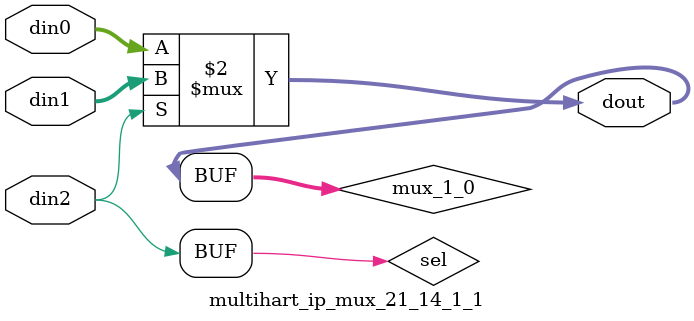
<source format=v>

`timescale 1ns/1ps

module multihart_ip_mux_21_14_1_1 #(
parameter
    ID                = 0,
    NUM_STAGE         = 1,
    din0_WIDTH       = 32,
    din1_WIDTH       = 32,
    din2_WIDTH         = 32,
    dout_WIDTH            = 32
)(
    input  [13 : 0]     din0,
    input  [13 : 0]     din1,
    input  [0 : 0]    din2,
    output [13 : 0]   dout);

// puts internal signals
wire [0 : 0]     sel;
// level 1 signals
wire [13 : 0]         mux_1_0;

assign sel = din2;

// Generate level 1 logic
assign mux_1_0 = (sel[0] == 0)? din0 : din1;

// output logic
assign dout = mux_1_0;

endmodule

</source>
